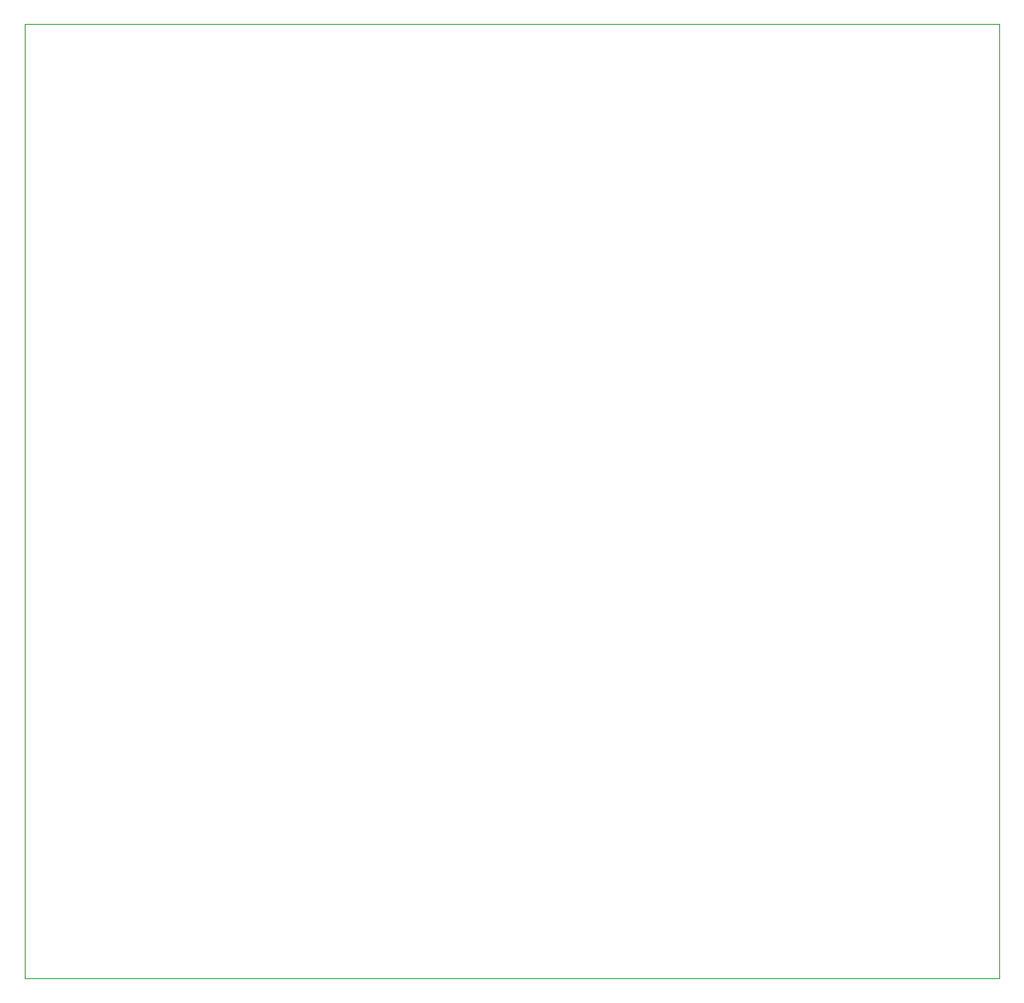
<source format=gtp>
G04 #@! TF.FileFunction,Paste,Top*
%FSLAX46Y46*%
G04 Gerber Fmt 4.6, Leading zero omitted, Abs format (unit mm)*
G04 Created by KiCad (PCBNEW 4.0.2-stable) date 11/09/2016 10:57:48*
%MOMM*%
G01*
G04 APERTURE LIST*
%ADD10C,0.150000*%
%ADD11C,0.100000*%
G04 APERTURE END LIST*
D10*
D11*
X50800000Y-29000000D02*
X50800000Y-127000000D01*
X150800000Y-29000000D02*
X150800000Y-127000000D01*
X50800000Y-29000000D02*
X150800000Y-29000000D01*
X150800000Y-127000000D02*
X50800000Y-127000000D01*
M02*

</source>
